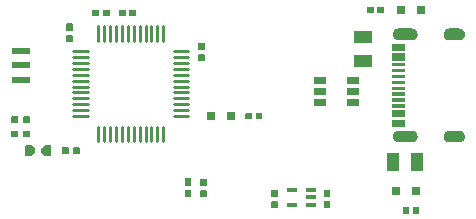
<source format=gtp>
G04 Layer: TopPasteMaskLayer*
G04 EasyEDA v6.5.9, 2022-08-17 00:45:25*
G04 3d046d26f260489bb0fd4f172441b01e,e2b945bbd7ed4cf1bff08b0f7bdd4537,10*
G04 Gerber Generator version 0.2*
G04 Scale: 100 percent, Rotated: No, Reflected: No *
G04 Dimensions in millimeters *
G04 leading zeros omitted , absolute positions ,4 integer and 5 decimal *
%FSLAX45Y45*%
%MOMM*%

%ADD10C,0.2700*%
%ADD11R,0.8000X0.8000*%
%ADD12R,1.5000X0.5000*%
%ADD13R,0.8350X0.3150*%
%ADD14R,1.5500X1.0000*%
%ADD15R,0.0105X1.0000*%

%LPD*%
G36*
X5355132Y10152837D02*
G01*
X5351119Y10148824D01*
X5351119Y10102850D01*
X5355132Y10098836D01*
X5405170Y10098836D01*
X5409184Y10102850D01*
X5409184Y10148824D01*
X5405170Y10152837D01*
G37*
G36*
X5270042Y10152837D02*
G01*
X5266080Y10148824D01*
X5266080Y10102850D01*
X5270042Y10098836D01*
X5320131Y10098836D01*
X5324144Y10102850D01*
X5324144Y10148824D01*
X5320131Y10152837D01*
G37*
G36*
X5655157Y8452713D02*
G01*
X5651195Y8448751D01*
X5651195Y8402726D01*
X5655157Y8398713D01*
X5705246Y8398713D01*
X5709259Y8402726D01*
X5709259Y8448751D01*
X5705246Y8452713D01*
G37*
G36*
X5570118Y8452713D02*
G01*
X5566105Y8448751D01*
X5566105Y8402726D01*
X5570118Y8398713D01*
X5620156Y8398713D01*
X5624169Y8402726D01*
X5624169Y8448751D01*
X5620156Y8452713D01*
G37*
G36*
X3859479Y8599982D02*
G01*
X3854500Y8592972D01*
X3854500Y8544966D01*
X3859479Y8539988D01*
X3904487Y8539988D01*
X3909466Y8544966D01*
X3909466Y8592972D01*
X3904487Y8599982D01*
G37*
G36*
X3859479Y8695994D02*
G01*
X3854500Y8690965D01*
X3854500Y8642959D01*
X3859479Y8636000D01*
X3904487Y8636000D01*
X3909466Y8642959D01*
X3909466Y8690965D01*
X3904487Y8695994D01*
G37*
G36*
X2724607Y10010038D02*
G01*
X2719628Y10005060D01*
X2719628Y9957054D01*
X2724607Y9950043D01*
X2769616Y9950043D01*
X2774594Y9957054D01*
X2774594Y10005060D01*
X2769616Y10010038D01*
G37*
G36*
X2724607Y9914026D02*
G01*
X2719628Y9907016D01*
X2719628Y9859060D01*
X2724607Y9854031D01*
X2769616Y9854031D01*
X2774594Y9859060D01*
X2774594Y9907016D01*
X2769616Y9914026D01*
G37*
G36*
X3839718Y9749840D02*
G01*
X3834688Y9742830D01*
X3834688Y9694824D01*
X3839718Y9689846D01*
X3884676Y9689846D01*
X3889705Y9694824D01*
X3889705Y9742830D01*
X3884676Y9749840D01*
G37*
G36*
X3839718Y9845802D02*
G01*
X3834688Y9840823D01*
X3834688Y9792817D01*
X3839718Y9785807D01*
X3884676Y9785807D01*
X3889705Y9792817D01*
X3889705Y9840823D01*
X3884676Y9845802D01*
G37*
G36*
X3036316Y10125506D02*
G01*
X3029305Y10120528D01*
X3029305Y10075519D01*
X3036316Y10070541D01*
X3084322Y10070541D01*
X3089300Y10075519D01*
X3089300Y10120528D01*
X3084322Y10125506D01*
G37*
G36*
X2938322Y10125506D02*
G01*
X2933293Y10120528D01*
X2933293Y10075519D01*
X2938322Y10070541D01*
X2986278Y10070541D01*
X2993288Y10075519D01*
X2993288Y10120528D01*
X2986278Y10125506D01*
G37*
G36*
X3727500Y8601964D02*
G01*
X3722471Y8595004D01*
X3722471Y8546998D01*
X3727500Y8541969D01*
X3772509Y8541969D01*
X3777487Y8546998D01*
X3777487Y8595004D01*
X3772509Y8601964D01*
G37*
G36*
X3727500Y8697976D02*
G01*
X3722471Y8692997D01*
X3722471Y8644991D01*
X3727500Y8637981D01*
X3772509Y8637981D01*
X3777487Y8644991D01*
X3777487Y8692997D01*
X3772509Y8697976D01*
G37*
G36*
X2259279Y9223451D02*
G01*
X2254250Y9218472D01*
X2254250Y9173464D01*
X2259279Y9168434D01*
X2307285Y9168434D01*
X2314244Y9173464D01*
X2314244Y9218472D01*
X2307285Y9223451D01*
G37*
G36*
X2357272Y9223451D02*
G01*
X2350262Y9218472D01*
X2350262Y9173464D01*
X2357272Y9168434D01*
X2405278Y9168434D01*
X2410256Y9173464D01*
X2410256Y9218472D01*
X2405278Y9223451D01*
G37*
G36*
X2259279Y9101074D02*
G01*
X2254250Y9096044D01*
X2254250Y9051036D01*
X2259279Y9046057D01*
X2307285Y9046057D01*
X2314244Y9051036D01*
X2314244Y9096044D01*
X2307285Y9101074D01*
G37*
G36*
X2357272Y9101074D02*
G01*
X2350262Y9096044D01*
X2350262Y9051036D01*
X2357272Y9046057D01*
X2405278Y9046057D01*
X2410256Y9051036D01*
X2410256Y9096044D01*
X2405278Y9101074D01*
G37*
G36*
X2783179Y8961678D02*
G01*
X2776220Y8956700D01*
X2776220Y8911691D01*
X2783179Y8906713D01*
X2831185Y8906713D01*
X2836214Y8911691D01*
X2836214Y8956700D01*
X2831185Y8961678D01*
G37*
G36*
X2685186Y8961678D02*
G01*
X2680208Y8956700D01*
X2680208Y8911691D01*
X2685186Y8906713D01*
X2733192Y8906713D01*
X2740202Y8911691D01*
X2740202Y8956700D01*
X2733192Y8961678D01*
G37*
G36*
X4905197Y8603742D02*
G01*
X4900168Y8598712D01*
X4900168Y8550757D01*
X4905197Y8543747D01*
X4950155Y8543747D01*
X4955184Y8550757D01*
X4955184Y8598712D01*
X4950155Y8603742D01*
G37*
G36*
X4905197Y8507730D02*
G01*
X4900168Y8500719D01*
X4900168Y8452713D01*
X4905197Y8447735D01*
X4950155Y8447735D01*
X4955184Y8452713D01*
X4955184Y8500719D01*
X4950155Y8507730D01*
G37*
G36*
X4459681Y8603640D02*
G01*
X4454652Y8598662D01*
X4454652Y8550656D01*
X4459681Y8543645D01*
X4504639Y8543645D01*
X4509668Y8550656D01*
X4509668Y8598662D01*
X4504639Y8603640D01*
G37*
G36*
X4459681Y8507628D02*
G01*
X4454652Y8500618D01*
X4454652Y8452662D01*
X4459681Y8447633D01*
X4504639Y8447633D01*
X4509668Y8452662D01*
X4509668Y8500618D01*
X4504639Y8507628D01*
G37*
G36*
X3257397Y10125049D02*
G01*
X3253384Y10121036D01*
X3253384Y10075011D01*
X3257397Y10070998D01*
X3307486Y10070998D01*
X3311448Y10075011D01*
X3311448Y10121036D01*
X3307486Y10125049D01*
G37*
G36*
X3172358Y10125049D02*
G01*
X3168345Y10121036D01*
X3168345Y10075011D01*
X3172358Y10070998D01*
X3222396Y10070998D01*
X3226409Y10075011D01*
X3226409Y10121036D01*
X3222396Y10125049D01*
G37*
G36*
X4240631Y9251188D02*
G01*
X4236618Y9247225D01*
X4236618Y9201200D01*
X4240631Y9197187D01*
X4290720Y9197187D01*
X4294682Y9201200D01*
X4294682Y9247225D01*
X4290720Y9251188D01*
G37*
G36*
X4325670Y9251188D02*
G01*
X4321708Y9247225D01*
X4321708Y9201200D01*
X4325670Y9197187D01*
X4375759Y9197187D01*
X4379772Y9201200D01*
X4379772Y9247225D01*
X4375759Y9251188D01*
G37*
G36*
X2379370Y8977223D02*
G01*
X2372969Y8970822D01*
X2372969Y8897213D01*
X2379370Y8890812D01*
X2429662Y8890812D01*
X2457094Y8920175D01*
X2457094Y8947861D01*
X2429662Y8977223D01*
G37*
G36*
X2536088Y8978341D02*
G01*
X2508656Y8948978D01*
X2508656Y8921343D01*
X2536088Y8891930D01*
X2586431Y8891930D01*
X2592832Y8898331D01*
X2592832Y8971940D01*
X2586431Y8978341D01*
G37*
G36*
X5473954Y9475724D02*
G01*
X5473954Y9445701D01*
X5588914Y9445701D01*
X5588914Y9475724D01*
G37*
G36*
X5473954Y9425736D02*
G01*
X5473954Y9395714D01*
X5588914Y9395714D01*
X5588914Y9425736D01*
G37*
G36*
X5473954Y9195714D02*
G01*
X5473954Y9135719D01*
X5588914Y9135719D01*
X5588914Y9195714D01*
G37*
G36*
X5473954Y9525711D02*
G01*
X5473954Y9495739D01*
X5588914Y9495739D01*
X5588914Y9525711D01*
G37*
G36*
X5473954Y9375749D02*
G01*
X5473954Y9345726D01*
X5588914Y9345726D01*
X5588914Y9375749D01*
G37*
G36*
X5473954Y9325711D02*
G01*
X5473954Y9295739D01*
X5588914Y9295739D01*
X5588914Y9325711D01*
G37*
G36*
X5473954Y9575698D02*
G01*
X5473954Y9545726D01*
X5588914Y9545726D01*
X5588914Y9575698D01*
G37*
G36*
X5473954Y9625736D02*
G01*
X5473954Y9595713D01*
X5588914Y9595713D01*
X5588914Y9625736D01*
G37*
G36*
X5473954Y9275724D02*
G01*
X5473954Y9215729D01*
X5588914Y9215729D01*
X5588914Y9275724D01*
G37*
G36*
X5473954Y9675723D02*
G01*
X5473954Y9645700D01*
X5588914Y9645700D01*
X5588914Y9675723D01*
G37*
G36*
X5473954Y9755733D02*
G01*
X5473954Y9695738D01*
X5588914Y9695738D01*
X5588914Y9755733D01*
G37*
G36*
X5473954Y9835743D02*
G01*
X5473954Y9775748D01*
X5588914Y9775748D01*
X5588914Y9835743D01*
G37*
G36*
X5533948Y9103715D02*
G01*
X5528970Y9103461D01*
X5524042Y9102750D01*
X5519216Y9101480D01*
X5514492Y9099804D01*
X5510022Y9097619D01*
X5505754Y9095028D01*
X5501792Y9092031D01*
X5498134Y9088628D01*
X5494832Y9084919D01*
X5491937Y9080855D01*
X5489448Y9076537D01*
X5487365Y9072016D01*
X5485790Y9067241D01*
X5484672Y9062415D01*
X5484063Y9057436D01*
X5483961Y9052458D01*
X5484317Y9047530D01*
X5485180Y9042603D01*
X5486552Y9037777D01*
X5488381Y9033154D01*
X5490616Y9028734D01*
X5493359Y9024518D01*
X5496458Y9020657D01*
X5499912Y9017050D01*
X5503722Y9013850D01*
X5507888Y9011056D01*
X5512257Y9008668D01*
X5516829Y9006738D01*
X5521604Y9005265D01*
X5526481Y9004300D01*
X5531459Y9003792D01*
X5643930Y9003741D01*
X5648909Y9003995D01*
X5653836Y9004706D01*
X5658662Y9005925D01*
X5663336Y9007652D01*
X5667857Y9009837D01*
X5672124Y9012428D01*
X5676087Y9015425D01*
X5679744Y9018828D01*
X5683046Y9022537D01*
X5685942Y9026601D01*
X5688431Y9030919D01*
X5690463Y9035440D01*
X5692089Y9040164D01*
X5693156Y9045041D01*
X5693816Y9049969D01*
X5693918Y9054947D01*
X5693562Y9059926D01*
X5692698Y9064853D01*
X5691327Y9069628D01*
X5689498Y9074302D01*
X5687263Y9078722D01*
X5684520Y9082887D01*
X5681421Y9086799D01*
X5677966Y9090355D01*
X5674106Y9093606D01*
X5669991Y9096400D01*
X5665622Y9098788D01*
X5661050Y9100718D01*
X5656275Y9102191D01*
X5651398Y9103156D01*
X5646420Y9103664D01*
G37*
G36*
X5533948Y9967722D02*
G01*
X5528970Y9967468D01*
X5524042Y9966756D01*
X5519216Y9965486D01*
X5514492Y9963810D01*
X5510022Y9961626D01*
X5505754Y9959035D01*
X5501792Y9956038D01*
X5498134Y9952634D01*
X5494832Y9948926D01*
X5491937Y9944862D01*
X5489448Y9940544D01*
X5487365Y9936022D01*
X5485790Y9931247D01*
X5484672Y9926421D01*
X5484063Y9921443D01*
X5483961Y9916464D01*
X5484317Y9911537D01*
X5485180Y9906609D01*
X5486552Y9901834D01*
X5488381Y9897160D01*
X5490616Y9892741D01*
X5493359Y9888524D01*
X5496458Y9884664D01*
X5499912Y9881057D01*
X5503722Y9877856D01*
X5507888Y9875062D01*
X5512257Y9872675D01*
X5516829Y9870744D01*
X5521604Y9869271D01*
X5526481Y9868306D01*
X5531459Y9867798D01*
X5643930Y9867747D01*
X5648909Y9868001D01*
X5653836Y9868712D01*
X5658662Y9869932D01*
X5663336Y9871659D01*
X5667857Y9873843D01*
X5672124Y9876434D01*
X5676087Y9879431D01*
X5679744Y9882835D01*
X5683046Y9886543D01*
X5685942Y9890607D01*
X5688431Y9894925D01*
X5690463Y9899446D01*
X5692089Y9904171D01*
X5693156Y9909048D01*
X5693816Y9913975D01*
X5693918Y9918954D01*
X5693562Y9923932D01*
X5692698Y9928860D01*
X5691327Y9933635D01*
X5689498Y9938308D01*
X5687263Y9942728D01*
X5684520Y9946894D01*
X5681421Y9950805D01*
X5677966Y9954361D01*
X5674106Y9957612D01*
X5669991Y9960406D01*
X5665622Y9962794D01*
X5661050Y9964724D01*
X5656275Y9966198D01*
X5651398Y9967163D01*
X5646420Y9967671D01*
G37*
G36*
X5963920Y9103715D02*
G01*
X5958941Y9103461D01*
X5954014Y9102750D01*
X5949188Y9101480D01*
X5944514Y9099804D01*
X5939993Y9097619D01*
X5935776Y9095028D01*
X5931763Y9092031D01*
X5928106Y9088628D01*
X5924854Y9084919D01*
X5921908Y9080855D01*
X5919419Y9076537D01*
X5917387Y9072016D01*
X5915812Y9067241D01*
X5914694Y9062415D01*
X5914085Y9057436D01*
X5913932Y9052458D01*
X5914288Y9047530D01*
X5915152Y9042603D01*
X5916523Y9037777D01*
X5918352Y9033154D01*
X5920638Y9028734D01*
X5923330Y9024518D01*
X5926429Y9020657D01*
X5929934Y9017050D01*
X5933744Y9013850D01*
X5937859Y9011056D01*
X5942228Y9008668D01*
X5946800Y9006738D01*
X5951575Y9005265D01*
X5956452Y9004300D01*
X5961430Y9003792D01*
X6043930Y9003741D01*
X6048908Y9003995D01*
X6053836Y9004706D01*
X6058662Y9005925D01*
X6063335Y9007652D01*
X6067806Y9009837D01*
X6072073Y9012428D01*
X6076035Y9015425D01*
X6079693Y9018828D01*
X6082995Y9022537D01*
X6085941Y9026601D01*
X6088430Y9030919D01*
X6090462Y9035440D01*
X6092037Y9040164D01*
X6093155Y9045041D01*
X6093764Y9049969D01*
X6093917Y9054947D01*
X6093510Y9059926D01*
X6092647Y9064853D01*
X6091326Y9069628D01*
X6089497Y9074302D01*
X6087211Y9078722D01*
X6084519Y9082887D01*
X6081420Y9086799D01*
X6077915Y9090355D01*
X6074105Y9093606D01*
X6069990Y9096400D01*
X6065621Y9098788D01*
X6060998Y9100718D01*
X6056274Y9102191D01*
X6051397Y9103156D01*
X6046419Y9103664D01*
G37*
G36*
X5963920Y9967722D02*
G01*
X5958941Y9967468D01*
X5954014Y9966756D01*
X5949188Y9965486D01*
X5944514Y9963810D01*
X5939993Y9961626D01*
X5935776Y9959035D01*
X5931763Y9956038D01*
X5928106Y9952634D01*
X5924854Y9948926D01*
X5921908Y9944862D01*
X5919419Y9940544D01*
X5917387Y9936022D01*
X5915812Y9931247D01*
X5914694Y9926421D01*
X5914085Y9921443D01*
X5913932Y9916464D01*
X5914288Y9911537D01*
X5915152Y9906609D01*
X5916523Y9901834D01*
X5918352Y9897160D01*
X5920638Y9892741D01*
X5923330Y9888524D01*
X5926429Y9884664D01*
X5929934Y9881057D01*
X5933744Y9877856D01*
X5937859Y9875062D01*
X5942228Y9872675D01*
X5946800Y9870744D01*
X5951575Y9869271D01*
X5956452Y9868306D01*
X5961430Y9867798D01*
X6043930Y9867747D01*
X6048908Y9868001D01*
X6053836Y9868712D01*
X6058662Y9869932D01*
X6063335Y9871659D01*
X6067806Y9873843D01*
X6072073Y9876434D01*
X6076035Y9879431D01*
X6079693Y9882835D01*
X6082995Y9886543D01*
X6085941Y9890607D01*
X6088430Y9894925D01*
X6090462Y9899446D01*
X6092037Y9904171D01*
X6093155Y9909048D01*
X6093764Y9913975D01*
X6093917Y9918954D01*
X6093510Y9923932D01*
X6092647Y9928860D01*
X6091326Y9933635D01*
X6089497Y9938308D01*
X6087211Y9942728D01*
X6084519Y9946894D01*
X6081420Y9950805D01*
X6077915Y9954361D01*
X6074105Y9957612D01*
X6069990Y9960406D01*
X6065621Y9962794D01*
X6060998Y9964724D01*
X6056274Y9966198D01*
X6051397Y9967163D01*
X6046419Y9967671D01*
G37*
D10*
X2901805Y9776129D02*
G01*
X2778805Y9776129D01*
X2901805Y9726117D02*
G01*
X2778805Y9726117D01*
X2901805Y9676129D02*
G01*
X2778805Y9676129D01*
X2901805Y9626117D02*
G01*
X2778805Y9626117D01*
X2901805Y9576130D02*
G01*
X2778805Y9576130D01*
X2901805Y9526117D02*
G01*
X2778805Y9526117D01*
X2901805Y9476130D02*
G01*
X2778805Y9476130D01*
X2901805Y9426117D02*
G01*
X2778805Y9426117D01*
X2901805Y9376130D02*
G01*
X2778805Y9376130D01*
X2901805Y9326118D02*
G01*
X2778805Y9326118D01*
X2901805Y9276130D02*
G01*
X2778805Y9276130D01*
X2901805Y9226118D02*
G01*
X2778805Y9226118D01*
X2990291Y9137632D02*
G01*
X2990291Y9014630D01*
X3040303Y9137632D02*
G01*
X3040303Y9014630D01*
X3090290Y9137632D02*
G01*
X3090290Y9014630D01*
X3140303Y9137632D02*
G01*
X3140303Y9014630D01*
X3190290Y9137632D02*
G01*
X3190290Y9014630D01*
X3240303Y9137632D02*
G01*
X3240303Y9014630D01*
X3290290Y9137632D02*
G01*
X3290290Y9014630D01*
X3340303Y9137632D02*
G01*
X3340303Y9014630D01*
X3390290Y9137632D02*
G01*
X3390290Y9014630D01*
X3440302Y9137632D02*
G01*
X3440302Y9014630D01*
X3490290Y9137632D02*
G01*
X3490290Y9014630D01*
X3540302Y9137632D02*
G01*
X3540302Y9014630D01*
X3751790Y9226118D02*
G01*
X3628791Y9226118D01*
X3751790Y9276130D02*
G01*
X3628791Y9276130D01*
X3751790Y9326118D02*
G01*
X3628791Y9326118D01*
X3751790Y9376130D02*
G01*
X3628791Y9376130D01*
X3751790Y9426117D02*
G01*
X3628791Y9426117D01*
X3751790Y9476130D02*
G01*
X3628791Y9476130D01*
X3751790Y9526117D02*
G01*
X3628791Y9526117D01*
X3751790Y9576130D02*
G01*
X3628791Y9576130D01*
X3751790Y9626117D02*
G01*
X3628791Y9626117D01*
X3751790Y9676129D02*
G01*
X3628791Y9676129D01*
X3751790Y9726117D02*
G01*
X3628791Y9726117D01*
X3751790Y9776129D02*
G01*
X3628791Y9776129D01*
X3540302Y9987617D02*
G01*
X3540302Y9864615D01*
X3490290Y9987617D02*
G01*
X3490290Y9864615D01*
X3440302Y9987617D02*
G01*
X3440302Y9864615D01*
X3390290Y9987617D02*
G01*
X3390290Y9864615D01*
X3340303Y9987617D02*
G01*
X3340303Y9864615D01*
X3290290Y9987617D02*
G01*
X3290290Y9864615D01*
X3240303Y9987617D02*
G01*
X3240303Y9864615D01*
X3190290Y9987617D02*
G01*
X3190290Y9864615D01*
X3140303Y9987617D02*
G01*
X3140303Y9864615D01*
X3090290Y9987617D02*
G01*
X3090290Y9864615D01*
X3040303Y9987617D02*
G01*
X3040303Y9864615D01*
X2990291Y9987617D02*
G01*
X2990291Y9864615D01*
D11*
G01*
X5552516Y10125837D03*
G01*
X5722696Y10125837D03*
D12*
G01*
X2338197Y9774199D03*
G01*
X2338197Y9654209D03*
G01*
X2338197Y9534220D03*
D11*
G01*
X5677865Y8595740D03*
G01*
X5507685Y8595740D03*
G36*
X5095679Y9556234D02*
G01*
X5195679Y9556234D01*
X5195679Y9501233D01*
X5095679Y9501233D01*
G37*
G36*
X5095679Y9461238D02*
G01*
X5195679Y9461238D01*
X5195679Y9406237D01*
X5095679Y9406237D01*
G37*
G36*
X5095679Y9366242D02*
G01*
X5195679Y9366242D01*
X5195679Y9311241D01*
X5095679Y9311241D01*
G37*
G36*
X4815669Y9366242D02*
G01*
X4915669Y9366242D01*
X4915669Y9311241D01*
X4815669Y9311241D01*
G37*
G36*
X4815669Y9461238D02*
G01*
X4915669Y9461238D01*
X4915669Y9406237D01*
X4815669Y9406237D01*
G37*
G36*
X4815669Y9556234D02*
G01*
X4915669Y9556234D01*
X4915669Y9501233D01*
X4815669Y9501233D01*
G37*
G01*
X4113275Y9224213D03*
G01*
X3943095Y9224213D03*
D13*
G01*
X4795011Y8473312D03*
G01*
X4795011Y8538337D03*
G01*
X4795011Y8603335D03*
G01*
X4626508Y8603335D03*
G01*
X4626508Y8473312D03*
D14*
G01*
X5227675Y9695738D03*
G01*
X5227675Y9895738D03*
G36*
X5637674Y8913230D02*
G01*
X5737674Y8913230D01*
X5737674Y8758229D01*
X5637674Y8758229D01*
G37*
G36*
X5437675Y8913230D02*
G01*
X5537674Y8913230D01*
X5537674Y8758229D01*
X5437675Y8758229D01*
G37*
M02*

</source>
